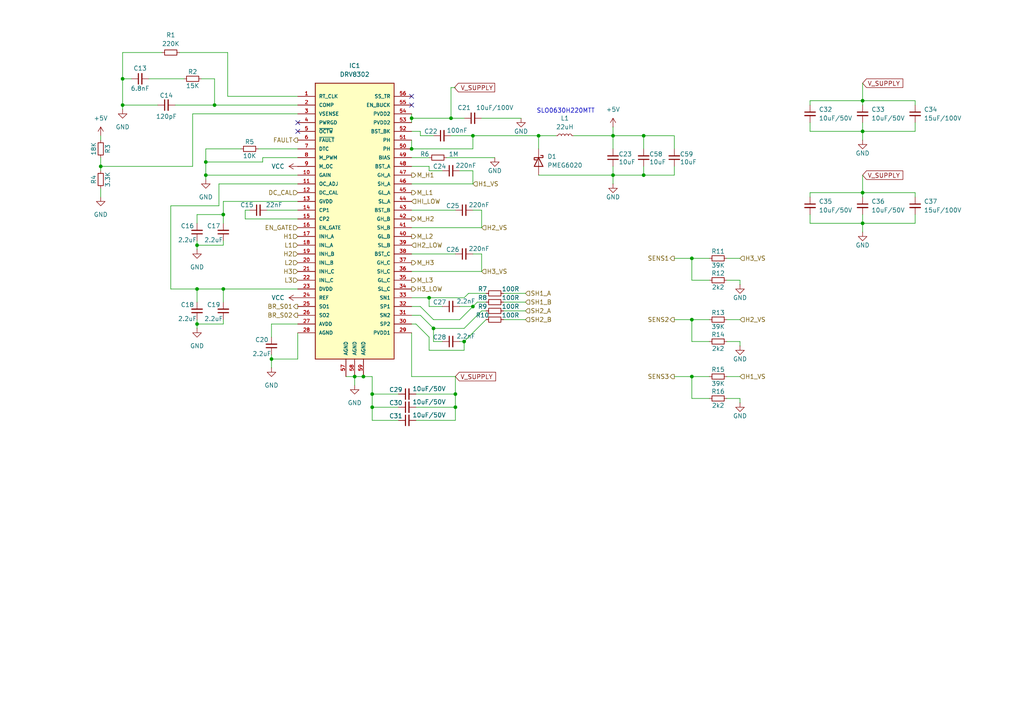
<source format=kicad_sch>
(kicad_sch (version 20231120) (generator "eeschema") (generator_version "8.0")
  (paper "A4")
  (lib_symbols
    (symbol "DRV8302:DRV8302" (pin_names (offset 1.016))
      (property "Reference" "IC1" (at 0 78.74 0))
      (property "Value" "DRV8302" (at 0 76.2 0))
      (symbol "DRV8302_0_0"
        (rectangle (start -11.43 73.66) (end 11.43 -6.35) (stroke (width 0.254)) (fill (type background)))
        (pin input line (at -16.51 69.85 0) (length 5.08) (name "RT_CLK") (number "1"))
        (pin output line (at -16.51 46.99 0) (length 5.08) (name "GAIN") (number "10"))
        (pin input line (at -16.51 44.45 0) (length 5.08) (name "OC_ADJ") (number "11"))
        (pin input line (at -16.51 41.91 0) (length 5.08) (name "DC_CAL") (number "12"))
        (pin power_in line (at -16.51 39.37 0) (length 5.08) (name "GVDD") (number "13"))
        (pin power_in line (at -16.51 36.83 0) (length 5.08) (name "CP1") (number "14"))
        (pin power_in line (at -16.51 34.29 0) (length 5.08) (name "CP2") (number "15"))
        (pin input line (at -16.51 31.75 0) (length 5.08) (name "EN_GATE") (number "16"))
        (pin input line (at -16.51 29.21 0) (length 5.08) (name "INH_A") (number "17"))
        (pin input line (at -16.51 26.67 0) (length 5.08) (name "INL_A") (number "18"))
        (pin input line (at -16.51 24.13 0) (length 5.08) (name "INH_B") (number "19"))
        (pin output line (at -16.51 67.31 0) (length 5.08) (name "COMP") (number "2"))
        (pin input line (at -16.51 21.59 0) (length 5.08) (name "INL_B") (number "20"))
        (pin input line (at -16.51 19.05 0) (length 5.08) (name "INH_C") (number "21"))
        (pin input line (at -16.51 16.51 0) (length 5.08) (name "INL_C") (number "22"))
        (pin power_in line (at -16.51 13.97 0) (length 5.08) (name "DVDD") (number "23"))
        (pin input line (at -16.51 11.43 0) (length 5.08) (name "REF") (number "24"))
        (pin output line (at -16.51 8.89 0) (length 5.08) (name "SO1") (number "25"))
        (pin output line (at -16.51 6.35 0) (length 5.08) (name "SO2") (number "26"))
        (pin power_in line (at -16.51 3.81 0) (length 5.08) (name "AVDD") (number "27"))
        (pin power_in line (at -16.51 1.27 0) (length 5.08) (name "AGND") (number "28"))
        (pin power_in line (at 16.51 1.27 180) (length 5.08) (name "PVDD1") (number "29"))
        (pin input line (at -16.51 64.77 0) (length 5.08) (name "VSENSE") (number "3"))
        (pin input line (at 16.51 3.81 180) (length 5.08) (name "SP2") (number "30"))
        (pin input line (at 16.51 6.35 180) (length 5.08) (name "SN2") (number "31"))
        (pin input line (at 16.51 8.89 180) (length 5.08) (name "SP1") (number "32"))
        (pin input line (at 16.51 11.43 180) (length 5.08) (name "SN1") (number "33"))
        (pin input line (at 16.51 13.97 180) (length 5.08) (name "SL_C") (number "34"))
        (pin output line (at 16.51 16.51 180) (length 5.08) (name "GL_C") (number "35"))
        (pin input line (at 16.51 19.05 180) (length 5.08) (name "SH_C") (number "36"))
        (pin output line (at 16.51 21.59 180) (length 5.08) (name "GH_C") (number "37"))
        (pin power_in line (at 16.51 24.13 180) (length 5.08) (name "BST_C") (number "38"))
        (pin input line (at 16.51 26.67 180) (length 5.08) (name "SL_B") (number "39"))
        (pin input line (at -16.51 62.23 0) (length 5.08) (name "PWRGD") (number "4"))
        (pin output line (at 16.51 29.21 180) (length 5.08) (name "GL_B") (number "40"))
        (pin input line (at 16.51 31.75 180) (length 5.08) (name "SH_B") (number "41"))
        (pin output line (at 16.51 34.29 180) (length 5.08) (name "GH_B") (number "42"))
        (pin power_in line (at 16.51 36.83 180) (length 5.08) (name "BST_B") (number "43"))
        (pin input line (at 16.51 39.37 180) (length 5.08) (name "SL_A") (number "44"))
        (pin output line (at 16.51 41.91 180) (length 5.08) (name "GL_A") (number "45"))
        (pin input line (at 16.51 44.45 180) (length 5.08) (name "SH_A") (number "46"))
        (pin output line (at 16.51 46.99 180) (length 5.08) (name "GH_A") (number "47"))
        (pin power_in line (at 16.51 49.53 180) (length 5.08) (name "BST_A") (number "48"))
        (pin input line (at 16.51 52.07 180) (length 5.08) (name "BIAS") (number "49"))
        (pin open_collector line (at -16.51 59.69 0) (length 5.08) (name "~{OCTW}") (number "5"))
        (pin output line (at 16.51 54.61 180) (length 5.08) (name "PH") (number "50"))
        (pin output line (at 16.51 57.15 180) (length 5.08) (name "PH") (number "51"))
        (pin power_in line (at 16.51 59.69 180) (length 5.08) (name "BST_BK") (number "52"))
        (pin bidirectional line (at 16.51 62.23 180) (length 5.08) (name "PVDD2") (number "53"))
        (pin bidirectional line (at 16.51 64.77 180) (length 5.08) (name "PVDD2") (number "54"))
        (pin input line (at 16.51 67.31 180) (length 5.08) (name "EN_BUCK") (number "55"))
        (pin input line (at 16.51 69.85 180) (length 5.08) (name "SS_TR") (number "56"))
        (pin power_in line (at -2.54 -11.43 90) (length 5.08) (name "AGND") (number "57"))
        (pin power_in line (at 0 -11.43 90) (length 5.08) (name "AGND") (number "58"))
        (pin power_in line (at 2.54 -11.43 90) (length 5.08) (name "AGND") (number "59"))
        (pin open_collector line (at -16.51 57.15 0) (length 5.08) (name "~{FAULT}") (number "6"))
        (pin input line (at -16.51 54.61 0) (length 5.08) (name "DTC") (number "7"))
        (pin input line (at -16.51 52.07 0) (length 5.08) (name "M_PWM") (number "8"))
        (pin input line (at -16.51 49.53 0) (length 5.08) (name "M_OC") (number "9"))
      )
    )
    (symbol "Device:C_Small" (pin_numbers hide) (pin_names (offset 0.254) hide)
      (property "Reference" "C" (at 0.254 1.778 0))
      (property "Value" "C_Small" (at 0.254 -2.032 0))
      (symbol "C_Small_0_1"
        (polyline (pts (xy -1.524 -0.508) (xy 1.524 -0.508)) (stroke (width 0.3302)))
        (polyline (pts (xy -1.524 0.508) (xy 1.524 0.508)) (stroke (width 0.3048)))
      )
      (symbol "C_Small_1_1"
        (pin passive line (at 0 2.54 270) (length 2.032) (name "~") (number "1"))
        (pin passive line (at 0 -2.54 90) (length 2.032) (name "~") (number "2"))
      )
    )
    (symbol "Device:D_Schottky" (pin_numbers hide) (pin_names (offset 1.016) hide)
      (property "Reference" "D" (at 0 2.54 0))
      (property "Value" "D_Schottky" (at 0 -2.54 0))
      (symbol "D_Schottky_0_1"
        (polyline (pts (xy 1.27 0) (xy -1.27 0)))
        (polyline (pts (xy 1.27 1.27) (xy 1.27 -1.27) (xy -1.27 0) (xy 1.27 1.27)) (stroke (width 0.254)))
        (polyline (pts (xy -1.905 0.635) (xy -1.905 1.27) (xy -1.27 1.27) (xy -1.27 -1.27) (xy -0.635 -1.27) (xy -0.635 -0.635)) (stroke (width 0.254)))
      )
      (symbol "D_Schottky_1_1"
        (pin passive line (at -3.81 0 0) (length 2.54) (name "K") (number "1"))
        (pin passive line (at 3.81 0 180) (length 2.54) (name "A") (number "2"))
      )
    )
    (symbol "Device:L_Small" (pin_numbers hide) (pin_names (offset 0.254) hide)
      (property "Reference" "L" (at 0.762 1.016 0))
      (property "Value" "L_Small" (at 0.762 -1.016 0))
      (symbol "L_Small_0_1"
        (arc (start 0 -2.032) (mid 0.5058 -1.524) (end 0 -1.016))
        (arc (start 0 -1.016) (mid 0.5058 -0.508) (end 0 0))
        (arc (start 0 0) (mid 0.5058 0.508) (end 0 1.016))
        (arc (start 0 1.016) (mid 0.5058 1.524) (end 0 2.032))
      )
      (symbol "L_Small_1_1"
        (pin passive line (at 0 2.54 270) (length 0.508) (name "~") (number "1"))
        (pin passive line (at 0 -2.54 90) (length 0.508) (name "~") (number "2"))
      )
    )
    (symbol "Device:R_Small" (pin_numbers hide) (pin_names (offset 0.254) hide)
      (property "Reference" "R" (at 0.762 0.508 0))
      (property "Value" "R_Small" (at 0.762 -1.016 0))
      (symbol "R_Small_0_1"
        (rectangle (start -0.762 1.778) (end 0.762 -1.778) (stroke (width 0.2032)))
      )
      (symbol "R_Small_1_1"
        (pin passive line (at 0 2.54 270) (length 0.762) (name "~") (number "1"))
        (pin passive line (at 0 -2.54 90) (length 0.762) (name "~") (number "2"))
      )
    )
    (symbol "power:+5V" (power) (pin_numbers hide) (pin_names (offset 0) hide)
      (property "Value" "+5V" (at 0 3.556 0))
      (symbol "+5V_0_1"
        (polyline (pts (xy -0.762 1.27) (xy 0 2.54)))
        (polyline (pts (xy 0 0) (xy 0 2.54)))
        (polyline (pts (xy 0 2.54) (xy 0.762 1.27)))
      )
      (symbol "+5V_1_1"
        (pin power_in line (at 0 0 90) (length 0) (name "~") (number "1"))
      )
    )
    (symbol "power:GND" (power) (pin_numbers hide) (pin_names (offset 0) hide)
      (property "Value" "GND" (at 0 -3.81 0))
      (symbol "GND_0_1"
        (polyline (pts (xy 0 0) (xy 0 -1.27) (xy 1.27 -1.27) (xy 0 -2.54) (xy -1.27 -1.27) (xy 0 -1.27)))
      )
      (symbol "GND_1_1"
        (pin power_in line (at 0 0 270) (length 0) (name "~") (number "1"))
      )
    )
    (symbol "power:VCC" (power) (pin_numbers hide) (pin_names (offset 0) hide)
      (property "Value" "VCC" (at 0 3.556 0))
      (symbol "VCC_0_1"
        (polyline (pts (xy -0.762 1.27) (xy 0 2.54)))
        (polyline (pts (xy 0 0) (xy 0 2.54)))
        (polyline (pts (xy 0 2.54) (xy 0.762 1.27)))
      )
      (symbol "VCC_1_1"
        (pin power_in line (at 0 0 90) (length 0) (name "~") (number "1"))
      )
    )
  )
  (junction (at 64.77 83.82))
  (junction (at 57.15 93.98))
  (junction (at 35.56 30.48))
  (junction (at 57.15 83.82))
  (junction (at 59.69 46.99))
  (junction (at 29.21 48.26))
  (junction (at 132.08 114.3))
  (junction (at 64.77 62.23))
  (junction (at 107.95 114.3))
  (junction (at 137.16 39.37))
  (junction (at 107.95 118.11))
  (junction (at 250.19 38.1))
  (junction (at 125.73 95.25))
  (junction (at 62.23 30.48))
  (junction (at 137.16 88.9))
  (junction (at 177.8 50.8))
  (junction (at 134.62 99.06))
  (junction (at 102.87 109.22))
  (junction (at 186.69 39.37))
  (junction (at 35.56 22.86))
  (junction (at 119.38 43.18))
  (junction (at 156.21 39.37))
  (junction (at 250.19 55.88))
  (junction (at 186.69 50.8))
  (junction (at 124.46 86.36))
  (junction (at 250.19 64.77))
  (junction (at 200.66 92.71))
  (junction (at 59.69 50.8))
  (junction (at 78.74 104.14))
  (junction (at 250.19 29.21))
  (junction (at 130.81 34.29))
  (junction (at 177.8 39.37))
  (junction (at 57.15 71.12))
  (junction (at 132.08 118.11))
  (junction (at 105.41 109.22))
  (junction (at 200.66 109.22))
  (junction (at 200.66 74.93))
  (junction (at 119.38 34.29))
  (no_connect (at 119.38 27.94))
  (no_connect (at 86.36 38.1))
  (no_connect (at 119.38 30.48))
  (no_connect (at 86.36 35.56))
  (wire (pts (xy 132.08 118.11) (xy 132.08 121.92)))
  (wire (pts (xy 71.12 60.96) (xy 71.12 63.5)))
  (wire (pts (xy 137.16 73.66) (xy 139.7 73.66)))
  (wire (pts (xy 107.95 118.11) (xy 107.95 121.92)))
  (wire (pts (xy 76.2 46.99) (xy 59.69 46.99)))
  (wire (pts (xy 63.5 59.69) (xy 49.53 59.69)))
  (wire (pts (xy 265.43 29.21) (xy 265.43 30.48)))
  (wire (pts (xy 146.05 87.63) (xy 152.4 87.63)))
  (wire (pts (xy 177.8 48.26) (xy 177.8 50.8)))
  (wire (pts (xy 137.16 43.18) (xy 137.16 39.37)))
  (wire (pts (xy 43.18 22.86) (xy 53.34 22.86)))
  (wire (pts (xy 138.43 87.63) (xy 140.97 87.63)))
  (wire (pts (xy 134.62 99.06) (xy 134.62 101.6)))
  (wire (pts (xy 50.8 30.48) (xy 62.23 30.48)))
  (wire (pts (xy 78.74 104.14) (xy 78.74 106.68)))
  (wire (pts (xy 156.21 39.37) (xy 161.29 39.37)))
  (wire (pts (xy 29.21 39.37) (xy 29.21 40.64)))
  (wire (pts (xy 195.58 109.22) (xy 200.66 109.22)))
  (wire (pts (xy 200.66 92.71) (xy 205.74 92.71)))
  (wire (pts (xy 134.62 95.25) (xy 139.7 90.17)))
  (wire (pts (xy 35.56 22.86) (xy 35.56 30.48)))
  (wire (pts (xy 139.7 60.96) (xy 139.7 66.04)))
  (wire (pts (xy 250.19 38.1) (xy 265.43 38.1)))
  (wire (pts (xy 57.15 92.71) (xy 57.15 93.98)))
  (wire (pts (xy 214.63 81.28) (xy 214.63 82.55)))
  (wire (pts (xy 200.66 99.06) (xy 200.66 92.71)))
  (wire (pts (xy 121.92 38.1) (xy 121.92 39.37)))
  (wire (pts (xy 234.95 35.56) (xy 234.95 38.1)))
  (wire (pts (xy 55.88 33.02) (xy 55.88 48.26)))
  (wire (pts (xy 250.19 38.1) (xy 250.19 40.64)))
  (wire (pts (xy 214.63 99.06) (xy 214.63 100.33)))
  (wire (pts (xy 250.19 55.88) (xy 265.43 55.88)))
  (wire (pts (xy 125.73 95.25) (xy 134.62 95.25)))
  (wire (pts (xy 195.58 74.93) (xy 200.66 74.93)))
  (wire (pts (xy 57.15 64.77) (xy 57.15 62.23)))
  (wire (pts (xy 119.38 109.22) (xy 132.08 109.22)))
  (wire (pts (xy 86.36 45.72) (xy 76.2 45.72)))
  (wire (pts (xy 210.82 99.06) (xy 214.63 99.06)))
  (wire (pts (xy 205.74 99.06) (xy 200.66 99.06)))
  (wire (pts (xy 63.5 53.34) (xy 63.5 59.69)))
  (wire (pts (xy 57.15 71.12) (xy 57.15 72.39)))
  (wire (pts (xy 64.77 58.42) (xy 64.77 62.23)))
  (wire (pts (xy 200.66 81.28) (xy 200.66 74.93)))
  (wire (pts (xy 78.74 93.98) (xy 86.36 93.98)))
  (wire (pts (xy 55.88 48.26) (xy 29.21 48.26)))
  (wire (pts (xy 210.82 109.22) (xy 214.63 109.22)))
  (wire (pts (xy 49.53 59.69) (xy 49.53 83.82)))
  (wire (pts (xy 76.2 45.72) (xy 76.2 46.99)))
  (wire (pts (xy 234.95 64.77) (xy 250.19 64.77)))
  (wire (pts (xy 250.19 35.56) (xy 250.19 38.1)))
  (wire (pts (xy 29.21 48.26) (xy 29.21 49.53)))
  (wire (pts (xy 35.56 30.48) (xy 35.56 31.75)))
  (wire (pts (xy 121.92 91.44) (xy 125.73 95.25)))
  (wire (pts (xy 130.81 34.29) (xy 134.62 34.29)))
  (wire (pts (xy 86.36 58.42) (xy 64.77 58.42)))
  (wire (pts (xy 234.95 62.23) (xy 234.95 64.77)))
  (wire (pts (xy 177.8 36.83) (xy 177.8 39.37)))
  (wire (pts (xy 200.66 74.93) (xy 205.74 74.93)))
  (wire (pts (xy 45.72 30.48) (xy 35.56 30.48)))
  (wire (pts (xy 124.46 48.26) (xy 124.46 49.53)))
  (wire (pts (xy 57.15 62.23) (xy 64.77 62.23)))
  (wire (pts (xy 210.82 81.28) (xy 214.63 81.28)))
  (wire (pts (xy 132.08 114.3) (xy 132.08 118.11)))
  (wire (pts (xy 59.69 43.18) (xy 69.85 43.18)))
  (wire (pts (xy 134.62 86.36) (xy 135.89 85.09)))
  (wire (pts (xy 119.38 93.98) (xy 120.65 93.98)))
  (wire (pts (xy 210.82 92.71) (xy 214.63 92.71)))
  (wire (pts (xy 186.69 39.37) (xy 186.69 43.18)))
  (wire (pts (xy 86.36 96.52) (xy 86.36 104.14)))
  (wire (pts (xy 195.58 92.71) (xy 200.66 92.71)))
  (wire (pts (xy 86.36 53.34) (xy 63.5 53.34)))
  (wire (pts (xy 119.38 66.04) (xy 139.7 66.04)))
  (wire (pts (xy 195.58 39.37) (xy 186.69 39.37)))
  (wire (pts (xy 52.07 15.24) (xy 66.04 15.24)))
  (wire (pts (xy 119.38 33.02) (xy 119.38 34.29)))
  (wire (pts (xy 58.42 22.86) (xy 62.23 22.86)))
  (wire (pts (xy 250.19 50.8) (xy 250.19 55.88)))
  (wire (pts (xy 100.33 109.22) (xy 102.87 109.22)))
  (wire (pts (xy 119.38 86.36) (xy 124.46 86.36)))
  (wire (pts (xy 119.38 73.66) (xy 132.08 73.66)))
  (wire (pts (xy 124.46 97.79) (xy 124.46 101.6)))
  (wire (pts (xy 137.16 88.9) (xy 138.43 87.63)))
  (wire (pts (xy 49.53 83.82) (xy 57.15 83.82)))
  (wire (pts (xy 119.38 60.96) (xy 132.08 60.96)))
  (wire (pts (xy 129.54 45.72) (xy 143.51 45.72)))
  (wire (pts (xy 124.46 86.36) (xy 124.46 88.9)))
  (wire (pts (xy 130.81 25.4) (xy 130.81 34.29)))
  (wire (pts (xy 139.7 90.17) (xy 140.97 90.17)))
  (wire (pts (xy 250.19 24.13) (xy 250.19 29.21)))
  (wire (pts (xy 59.69 50.8) (xy 59.69 52.07)))
  (wire (pts (xy 134.62 99.06) (xy 140.97 92.71)))
  (wire (pts (xy 137.16 49.53) (xy 133.35 49.53)))
  (wire (pts (xy 59.69 43.18) (xy 59.69 46.99)))
  (wire (pts (xy 124.46 49.53) (xy 128.27 49.53)))
  (wire (pts (xy 46.99 15.24) (xy 35.56 15.24)))
  (wire (pts (xy 186.69 39.37) (xy 177.8 39.37)))
  (wire (pts (xy 64.77 83.82) (xy 57.15 83.82)))
  (wire (pts (xy 234.95 29.21) (xy 250.19 29.21)))
  (wire (pts (xy 177.8 50.8) (xy 177.8 53.34)))
  (wire (pts (xy 133.35 88.9) (xy 137.16 88.9)))
  (wire (pts (xy 102.87 109.22) (xy 102.87 111.76)))
  (wire (pts (xy 120.65 121.92) (xy 132.08 121.92)))
  (wire (pts (xy 195.58 43.18) (xy 195.58 39.37)))
  (wire (pts (xy 119.38 88.9) (xy 121.92 88.9)))
  (wire (pts (xy 137.16 39.37) (xy 130.81 39.37)))
  (wire (pts (xy 135.89 85.09) (xy 140.97 85.09)))
  (wire (pts (xy 78.74 102.87) (xy 78.74 104.14)))
  (wire (pts (xy 146.05 90.17) (xy 152.4 90.17)))
  (wire (pts (xy 137.16 60.96) (xy 139.7 60.96)))
  (wire (pts (xy 234.95 38.1) (xy 250.19 38.1)))
  (wire (pts (xy 86.36 30.48) (xy 62.23 30.48)))
  (wire (pts (xy 137.16 39.37) (xy 156.21 39.37)))
  (wire (pts (xy 64.77 71.12) (xy 64.77 69.85)))
  (wire (pts (xy 132.08 25.4) (xy 130.81 25.4)))
  (wire (pts (xy 120.65 114.3) (xy 132.08 114.3)))
  (wire (pts (xy 125.73 92.71) (xy 133.35 92.71)))
  (wire (pts (xy 124.46 101.6) (xy 134.62 101.6)))
  (wire (pts (xy 125.73 95.25) (xy 125.73 99.06)))
  (wire (pts (xy 210.82 74.93) (xy 214.63 74.93)))
  (wire (pts (xy 102.87 109.22) (xy 105.41 109.22)))
  (wire (pts (xy 124.46 86.36) (xy 134.62 86.36)))
  (wire (pts (xy 107.95 121.92) (xy 115.57 121.92)))
  (wire (pts (xy 139.7 34.29) (xy 151.13 34.29)))
  (wire (pts (xy 139.7 73.66) (xy 139.7 78.74)))
  (wire (pts (xy 86.36 33.02) (xy 55.88 33.02)))
  (wire (pts (xy 156.21 50.8) (xy 177.8 50.8)))
  (wire (pts (xy 35.56 22.86) (xy 38.1 22.86)))
  (wire (pts (xy 119.38 34.29) (xy 130.81 34.29)))
  (wire (pts (xy 200.66 109.22) (xy 205.74 109.22)))
  (wire (pts (xy 64.77 62.23) (xy 64.77 64.77)))
  (wire (pts (xy 57.15 71.12) (xy 64.77 71.12)))
  (wire (pts (xy 121.92 88.9) (xy 125.73 92.71)))
  (wire (pts (xy 78.74 97.79) (xy 78.74 93.98)))
  (wire (pts (xy 62.23 22.86) (xy 62.23 30.48)))
  (wire (pts (xy 66.04 27.94) (xy 86.36 27.94)))
  (wire (pts (xy 29.21 45.72) (xy 29.21 48.26)))
  (wire (pts (xy 35.56 15.24) (xy 35.56 22.86)))
  (wire (pts (xy 57.15 93.98) (xy 57.15 95.25)))
  (wire (pts (xy 186.69 50.8) (xy 177.8 50.8)))
  (wire (pts (xy 210.82 115.57) (xy 214.63 115.57)))
  (wire (pts (xy 64.77 83.82) (xy 64.77 87.63)))
  (wire (pts (xy 250.19 55.88) (xy 250.19 57.15)))
  (wire (pts (xy 205.74 81.28) (xy 200.66 81.28)))
  (wire (pts (xy 119.38 45.72) (xy 124.46 45.72)))
  (wire (pts (xy 265.43 35.56) (xy 265.43 38.1)))
  (wire (pts (xy 59.69 46.99) (xy 59.69 50.8)))
  (wire (pts (xy 74.93 43.18) (xy 86.36 43.18)))
  (wire (pts (xy 132.08 109.22) (xy 132.08 114.3)))
  (wire (pts (xy 107.95 114.3) (xy 115.57 114.3)))
  (wire (pts (xy 133.35 99.06) (xy 134.62 99.06)))
  (wire (pts (xy 57.15 83.82) (xy 57.15 87.63)))
  (wire (pts (xy 29.21 54.61) (xy 29.21 57.15)))
  (wire (pts (xy 120.65 118.11) (xy 132.08 118.11)))
  (wire (pts (xy 146.05 92.71) (xy 152.4 92.71)))
  (wire (pts (xy 250.19 62.23) (xy 250.19 64.77)))
  (wire (pts (xy 86.36 104.14) (xy 78.74 104.14)))
  (wire (pts (xy 250.19 29.21) (xy 265.43 29.21)))
  (wire (pts (xy 119.38 96.52) (xy 119.38 109.22)))
  (wire (pts (xy 119.38 34.29) (xy 119.38 35.56)))
  (wire (pts (xy 119.38 78.74) (xy 139.7 78.74)))
  (wire (pts (xy 146.05 85.09) (xy 152.4 85.09)))
  (wire (pts (xy 77.47 60.96) (xy 86.36 60.96)))
  (wire (pts (xy 265.43 55.88) (xy 265.43 57.15)))
  (wire (pts (xy 124.46 88.9) (xy 128.27 88.9)))
  (wire (pts (xy 250.19 29.21) (xy 250.19 30.48)))
  (wire (pts (xy 234.95 57.15) (xy 234.95 55.88)))
  (wire (pts (xy 57.15 69.85) (xy 57.15 71.12)))
  (wire (pts (xy 119.38 48.26) (xy 124.46 48.26)))
  (wire (pts (xy 71.12 63.5) (xy 86.36 63.5)))
  (wire (pts (xy 120.65 93.98) (xy 124.46 97.79)))
  (wire (pts (xy 107.95 114.3) (xy 107.95 118.11)))
  (wire (pts (xy 265.43 62.23) (xy 265.43 64.77)))
  (wire (pts (xy 234.95 55.88) (xy 250.19 55.88)))
  (wire (pts (xy 119.38 43.18) (xy 137.16 43.18)))
  (wire (pts (xy 119.38 91.44) (xy 121.92 91.44)))
  (wire (pts (xy 86.36 83.82) (xy 64.77 83.82)))
  (wire (pts (xy 177.8 39.37) (xy 177.8 43.18)))
  (wire (pts (xy 200.66 115.57) (xy 200.66 109.22)))
  (wire (pts (xy 125.73 99.06) (xy 128.27 99.06)))
  (wire (pts (xy 133.35 92.71) (xy 137.16 88.9)))
  (wire (pts (xy 250.19 64.77) (xy 250.19 67.31)))
  (wire (pts (xy 234.95 30.48) (xy 234.95 29.21)))
  (wire (pts (xy 137.16 53.34) (xy 137.16 49.53)))
  (wire (pts (xy 66.04 15.24) (xy 66.04 27.94)))
  (wire (pts (xy 121.92 39.37) (xy 125.73 39.37)))
  (wire (pts (xy 119.38 53.34) (xy 137.16 53.34)))
  (wire (pts (xy 156.21 43.18) (xy 156.21 39.37)))
  (wire (pts (xy 205.74 115.57) (xy 200.66 115.57)))
  (wire (pts (xy 107.95 109.22) (xy 107.95 114.3)))
  (wire (pts (xy 72.39 60.96) (xy 71.12 60.96)))
  (wire (pts (xy 195.58 48.26) (xy 195.58 50.8)))
  (wire (pts (xy 119.38 38.1) (xy 121.92 38.1)))
  (wire (pts (xy 59.69 50.8) (xy 86.36 50.8)))
  (wire (pts (xy 64.77 93.98) (xy 64.77 92.71)))
  (wire (pts (xy 57.15 93.98) (xy 64.77 93.98)))
  (wire (pts (xy 250.19 64.77) (xy 265.43 64.77)))
  (wire (pts (xy 105.41 109.22) (xy 107.95 109.22)))
  (wire (pts (xy 195.58 50.8) (xy 186.69 50.8)))
  (wire (pts (xy 107.95 118.11) (xy 115.57 118.11)))
  (wire (pts (xy 166.37 39.37) (xy 177.8 39.37)))
  (wire (pts (xy 214.63 115.57) (xy 214.63 116.84)))
  (wire (pts (xy 119.38 40.64) (xy 119.38 43.18)))
  (wire (pts (xy 186.69 48.26) (xy 186.69 50.8)))
  (text "SLO0630H220MTT\n" (at 164.084 32.258 0) (effects (font (size 1.27 1.27))))
  (global_label "V_SUPPLY" (shape input) (at 132.08 109.22 0) (property "Intersheetrefs" "${INTERSHEET_REFS}" (effects (hide yes))))
  (global_label "V_SUPPLY" (shape output) (at 143.51 25.4 180) (property "Intersheetrefs" "${INTERSHEET_REFS}" (effects (hide yes))))
  (global_label "V_SUPPLY" (shape input) (at 250.19 24.13 0) (property "Intersheetrefs" "${INTERSHEET_REFS}" (effects (hide yes))))
  (global_label "V_SUPPLY" (shape input) (at 250.19 50.8 0) (property "Intersheetrefs" "${INTERSHEET_REFS}" (effects (hide yes))))
  (hierarchical_label "SENS3" (shape output) (at 195.58 109.22 180))
  (hierarchical_label "SH1_B" (shape input) (at 152.4 87.63 0))
  (hierarchical_label "L1" (shape input) (at 86.36 71.12 180))
  (hierarchical_label "M_L1" (shape output) (at 119.38 55.88 0))
  (hierarchical_label "H1" (shape input) (at 86.36 68.58 180))
  (hierarchical_label "BR_S02" (shape output) (at 86.36 91.44 180))
  (hierarchical_label "SH2_A" (shape input) (at 152.4 90.17 0))
  (hierarchical_label "H2_VS" (shape input) (at 139.7 66.04 0))
  (hierarchical_label "H1_VS" (shape input) (at 137.16 53.34 0))
  (hierarchical_label "H2" (shape input) (at 86.36 73.66 180))
  (hierarchical_label "SENS1" (shape output) (at 195.58 74.93 180))
  (hierarchical_label "FAULT" (shape output) (at 86.36 40.64 180))
  (hierarchical_label "H3_LOW" (shape output) (at 119.38 83.82 0))
  (hierarchical_label "L2" (shape input) (at 86.36 76.2 180))
  (hierarchical_label "L3" (shape input) (at 86.36 81.28 180))
  (hierarchical_label "SH2_B" (shape input) (at 152.4 92.71 0))
  (hierarchical_label "M_L2" (shape output) (at 119.38 68.58 0))
  (hierarchical_label "H3" (shape input) (at 86.36 78.74 180))
  (hierarchical_label "BR_S01" (shape output) (at 86.36 88.9 180))
  (hierarchical_label "M_H1" (shape output) (at 119.38 50.8 0))
  (hierarchical_label "EN_GATE" (shape input) (at 86.36 66.04 180))
  (hierarchical_label "SENS2" (shape output) (at 195.58 92.71 180))
  (hierarchical_label "SH1_A" (shape input) (at 152.4 85.09 0))
  (hierarchical_label "H2_VS" (shape input) (at 214.63 92.71 0))
  (hierarchical_label "HI_LOW" (shape input) (at 119.38 58.42 0))
  (hierarchical_label "H2_LOW" (shape input) (at 119.38 71.12 0))
  (hierarchical_label "DC_CAL" (shape input) (at 86.36 55.88 180))
  (hierarchical_label "H3_VS" (shape input) (at 139.7 78.74 0))
  (hierarchical_label "M_H3" (shape output) (at 119.38 76.2 0))
  (hierarchical_label "H3_VS" (shape input) (at 214.63 74.93 0))
  (hierarchical_label "M_H2" (shape output) (at 119.38 63.5 0))
  (hierarchical_label "H1_VS" (shape input) (at 214.63 109.22 0))
  (hierarchical_label "M_L3" (shape output) (at 119.38 81.28 0))
  (symbol (lib_id "Device:C_Small") (at 265.43 59.69 0) (unit 1)
    (property "Reference" "C37" (at 267.97 58.4262 0) (effects (justify left)))
    (property "Value" "15uF/100V" (at 267.97 60.9662 0) (effects (justify left)))
    (property "Footprint" "Capacitor_SMD:C_2220_5750Metric" (effects (hide yes)))
    (property "Description" "Unpolarized capacitor, small symbol" (effects (hide yes)))
  )
  (symbol (lib_id "power:GND") (at 35.56 31.75 0) (unit 1)
    (property "Reference" "#PWR014" (effects (hide yes)))
    (property "Value" "GND" (at 35.56 36.83 0))
    (property "Description" "Power symbol creates a global label with name \"GND\" , ground" (effects (hide yes)))
  )
  (symbol (lib_id "power:VCC") (at 86.36 86.36 90) (unit 1)
    (property "Reference" "#PWR019" (effects (hide yes)))
    (property "Value" "VCC" (at 82.55 86.3599 90) (effects (justify left)))
    (property "Description" "Power symbol creates a global label with name \"VCC\"" (effects (hide yes)))
  )
  (symbol (lib_id "Device:C_Small") (at 78.74 100.33 180) (unit 1)
    (property "Reference" "C20" (at 75.946 98.552 0))
    (property "Value" "2.2uF" (at 75.946 102.616 0))
    (property "Footprint" "Capacitor_SMD:C_0603_1608Metric" (effects (hide yes)))
    (property "Description" "Unpolarized capacitor, small symbol" (effects (hide yes)))
  )
  (symbol (lib_id "Device:C_Small") (at 137.16 34.29 90) (unit 1)
    (property "Reference" "C21" (at 134.62 31.242 90))
    (property "Value" "10uF/100V" (at 143.51 31.242 90))
    (property "Footprint" "Capacitor_SMD:C_0805_2012Metric" (effects (hide yes)))
    (property "Description" "Unpolarized capacitor, small symbol" (effects (hide yes)))
  )
  (symbol (lib_id "power:GND") (at 250.19 67.31 0) (unit 1)
    (property "Reference" "#PWR032" (effects (hide yes)))
    (property "Value" "GND" (at 250.19 71.12 0))
    (property "Description" "Power symbol creates a global label with name \"GND\" , ground" (effects (hide yes)))
  )
  (symbol (lib_id "Device:R_Small") (at 143.51 85.09 90) (unit 1)
    (property "Reference" "R7" (at 139.954 83.82 90))
    (property "Value" "100R" (at 148.082 83.82 90))
    (property "Footprint" "Resistor_SMD:R_0603_1608Metric" (effects (hide yes)))
    (property "Description" "Resistor, small symbol" (effects (hide yes)))
  )
  (symbol (lib_id "Device:C_Small") (at 57.15 67.31 180) (unit 1)
    (property "Reference" "C16" (at 54.356 65.532 0))
    (property "Value" "2.2uF" (at 54.356 69.596 0))
    (property "Footprint" "Capacitor_SMD:C_0603_1608Metric" (effects (hide yes)))
    (property "Description" "Unpolarized capacitor, small symbol" (effects (hide yes)))
  )
  (symbol (lib_id "Device:R_Small") (at 208.28 115.57 90) (unit 1)
    (property "Reference" "R16" (at 208.28 113.538 90))
    (property "Value" "2k2" (at 208.28 117.602 90))
    (property "Footprint" "Resistor_SMD:R_0603_1608Metric" (effects (hide yes)))
    (property "Description" "Resistor, small symbol" (effects (hide yes)))
  )
  (symbol (lib_id "Device:C_Small") (at 130.81 49.53 90) (unit 1)
    (property "Reference" "C24" (at 127.508 48.26 90))
    (property "Value" "220nF" (at 135.128 48.006 90))
    (property "Footprint" "Capacitor_SMD:C_0603_1608Metric" (effects (hide yes)))
    (property "Description" "Unpolarized capacitor, small symbol" (effects (hide yes)))
  )
  (symbol (lib_id "Device:C_Small") (at 250.19 33.02 0) (unit 1)
    (property "Reference" "C33" (at 252.73 31.7562 0) (effects (justify left)))
    (property "Value" "10uF/50V" (at 252.73 34.2962 0) (effects (justify left)))
    (property "Footprint" "Capacitor_SMD:C_1206_3216Metric" (effects (hide yes)))
    (property "Description" "Unpolarized capacitor, small symbol" (effects (hide yes)))
  )
  (symbol (lib_id "power:GND") (at 102.87 111.76 0) (unit 1)
    (property "Reference" "#PWR023" (effects (hide yes)))
    (property "Value" "GND" (at 102.87 116.84 0))
    (property "Description" "Power symbol creates a global label with name \"GND\" , ground" (effects (hide yes)))
  )
  (symbol (lib_id "Device:C_Small") (at 177.8 45.72 180) (unit 1)
    (property "Reference" "C23" (at 181.356 44.704 0))
    (property "Value" "10uF" (at 181.864 46.99 0))
    (property "Footprint" "Capacitor_SMD:C_0805_2012Metric" (effects (hide yes)))
    (property "Description" "Unpolarized capacitor, small symbol" (effects (hide yes)))
  )
  (symbol (lib_id "Device:C_Small") (at 40.64 22.86 90) (unit 1)
    (property "Reference" "C13" (at 40.64 19.812 90))
    (property "Value" "6.8nF" (at 40.64 25.654 90))
    (property "Footprint" "Capacitor_SMD:C_0603_1608Metric" (effects (hide yes)))
    (property "Description" "Unpolarized capacitor, small symbol" (effects (hide yes)))
  )
  (symbol (lib_id "Device:R_Small") (at 55.88 22.86 90) (unit 1)
    (property "Reference" "R2" (at 55.88 20.828 90))
    (property "Value" "15K" (at 55.88 24.892 90))
    (property "Footprint" "Resistor_SMD:R_0603_1608Metric" (effects (hide yes)))
    (property "Description" "Resistor, small symbol" (effects (hide yes)))
  )
  (symbol (lib_id "power:+5V") (at 177.8 36.83 0) (unit 1)
    (property "Reference" "#PWR026" (effects (hide yes)))
    (property "Value" "+5V" (at 177.8 31.75 0))
    (property "Description" "Power symbol creates a global label with name \"+5V\"" (effects (hide yes)))
  )
  (symbol (lib_id "Device:C_Small") (at 64.77 67.31 180) (unit 1)
    (property "Reference" "C17" (at 61.976 65.532 0))
    (property "Value" "2.2uF" (at 61.976 69.596 0))
    (property "Footprint" "Capacitor_SMD:C_0603_1608Metric" (effects (hide yes)))
    (property "Description" "Unpolarized capacitor, small symbol" (effects (hide yes)))
  )
  (symbol (lib_id "power:GND") (at 214.63 100.33 0) (unit 1)
    (property "Reference" "#PWR029" (effects (hide yes)))
    (property "Value" "GND" (at 214.63 104.14 0))
    (property "Description" "Power symbol creates a global label with name \"GND\" , ground" (effects (hide yes)))
  )
  (symbol (lib_id "Device:C_Small") (at 64.77 90.17 180) (unit 1)
    (property "Reference" "C19" (at 61.976 88.392 0))
    (property "Value" "2.2uF" (at 61.976 92.456 0))
    (property "Footprint" "Capacitor_SMD:C_0603_1608Metric" (effects (hide yes)))
    (property "Description" "Unpolarized capacitor, small symbol" (effects (hide yes)))
  )
  (symbol (lib_id "Device:R_Small") (at 208.28 74.93 90) (unit 1)
    (property "Reference" "R11" (at 208.28 72.898 90))
    (property "Value" "39K" (at 208.28 76.962 90))
    (property "Footprint" "Resistor_SMD:R_0603_1608Metric" (effects (hide yes)))
    (property "Description" "Resistor, small symbol" (effects (hide yes)))
  )
  (symbol (lib_id "DRV8302:DRV8302") (at 102.87 97.79 0) (unit 1)
    (property "Reference" "IC1" (at 102.87 19.05 0))
    (property "Value" "DRV8302" (at 102.87 21.59 0))
    (property "Footprint" "DRV8302:TSSOP-56_3" (effects (hide yes)))
    (property "MF" "Texas Instruments" (effects (hide yes)))
    (property "Description_1" "\n                        \n                            Motor Driver 56-Pin HTSSOP EP Tube\n                        \n" (effects (hide yes)))
    (property "Package" "None" (effects (hide yes)))
    (property "Price" "None" (effects (hide yes)))
    (property "SnapEDA_Link" "https://www.snapeda.com/parts/DRV8302/Texas+Instruments/view-part/?ref=snap" (effects (hide yes)))
    (property "MP" "DRV8302" (effects (hide yes)))
    (property "Availability" "In Stock" (effects (hide yes)))
    (property "Check_prices" "https://www.snapeda.com/parts/DRV8302/Texas+Instruments/view-part/?ref=eda" (effects (hide yes)))
  )
  (symbol (lib_id "Device:C_Small") (at 118.11 121.92 90) (unit 1)
    (property "Reference" "C31" (at 114.808 120.65 90))
    (property "Value" "10uF/50V" (at 124.46 120.396 90))
    (property "Footprint" "Capacitor_SMD:C_0805_2012Metric" (effects (hide yes)))
    (property "Description" "Unpolarized capacitor, small symbol" (effects (hide yes)))
  )
  (symbol (lib_id "Device:R_Small") (at 29.21 52.07 180) (unit 1)
    (property "Reference" "R4" (at 27.178 52.07 90))
    (property "Value" "3.3K" (at 31.242 52.07 90))
    (property "Footprint" "Resistor_SMD:R_0603_1608Metric" (effects (hide yes)))
    (property "Description" "Resistor, small symbol" (effects (hide yes)))
  )
  (symbol (lib_id "Device:L_Small") (at 163.83 39.37 90) (unit 1)
    (property "Reference" "L1" (at 163.83 34.29 90))
    (property "Value" "22uH" (at 163.83 36.83 90))
    (property "Footprint" "Inductor_SMD:L_Chilisin_BMRB00060612" (effects (hide yes)))
    (property "Description" "Inductor, small symbol" (effects (hide yes)))
  )
  (symbol (lib_id "Device:R_Small") (at 208.28 81.28 90) (unit 1)
    (property "Reference" "R12" (at 208.28 79.248 90))
    (property "Value" "2k2" (at 208.28 83.312 90))
    (property "Footprint" "Resistor_SMD:R_0603_1608Metric" (effects (hide yes)))
    (property "Description" "Resistor, small symbol" (effects (hide yes)))
  )
  (symbol (lib_id "power:VCC") (at 86.36 48.26 90) (unit 1)
    (property "Reference" "#PWR018" (effects (hide yes)))
    (property "Value" "VCC" (at 82.55 48.2599 90) (effects (justify left)))
    (property "Description" "Power symbol creates a global label with name \"VCC\"" (effects (hide yes)))
  )
  (symbol (lib_id "Device:C_Small") (at 130.81 99.06 90) (unit 1)
    (property "Reference" "C28" (at 127.508 97.79 90))
    (property "Value" "2.2nF" (at 135.128 97.536 90))
    (property "Footprint" "Capacitor_SMD:C_0603_1608Metric" (effects (hide yes)))
    (property "Description" "Unpolarized capacitor, small symbol" (effects (hide yes)))
  )
  (symbol (lib_id "power:GND") (at 250.19 40.64 0) (unit 1)
    (property "Reference" "#PWR031" (effects (hide yes)))
    (property "Value" "GND" (at 250.19 44.45 0))
    (property "Description" "Power symbol creates a global label with name \"GND\" , ground" (effects (hide yes)))
  )
  (symbol (lib_id "Device:C_Small") (at 118.11 118.11 90) (unit 1)
    (property "Reference" "C30" (at 114.808 116.84 90))
    (property "Value" "10uF/50V" (at 124.46 116.586 90))
    (property "Footprint" "Capacitor_SMD:C_0805_2012Metric" (effects (hide yes)))
    (property "Description" "Unpolarized capacitor, small symbol" (effects (hide yes)))
  )
  (symbol (lib_id "power:GND") (at 177.8 53.34 0) (unit 1)
    (property "Reference" "#PWR025" (effects (hide yes)))
    (property "Value" "GND" (at 177.8 57.15 0))
    (property "Description" "Power symbol creates a global label with name \"GND\" , ground" (effects (hide yes)))
  )
  (symbol (lib_id "Device:R_Small") (at 72.39 43.18 90) (unit 1)
    (property "Reference" "R5" (at 72.39 41.148 90))
    (property "Value" "10K" (at 72.39 45.212 90))
    (property "Footprint" "Resistor_SMD:R_0603_1608Metric" (effects (hide yes)))
    (property "Description" "Resistor, small symbol" (effects (hide yes)))
  )
  (symbol (lib_id "power:GND") (at 57.15 72.39 0) (unit 1)
    (property "Reference" "#PWR020" (effects (hide yes)))
    (property "Value" "GND" (at 57.15 77.47 0))
    (property "Description" "Power symbol creates a global label with name \"GND\" , ground" (effects (hide yes)))
  )
  (symbol (lib_id "Device:C_Small") (at 195.58 45.72 180) (unit 1)
    (property "Reference" "C59" (at 199.136 44.704 0))
    (property "Value" "10uF" (at 199.644 46.99 0))
    (property "Footprint" "Capacitor_SMD:C_0805_2012Metric" (effects (hide yes)))
    (property "Description" "Unpolarized capacitor, small symbol" (effects (hide yes)))
  )
  (symbol (lib_id "Device:R_Small") (at 143.51 90.17 90) (unit 1)
    (property "Reference" "R9" (at 139.954 88.9 90))
    (property "Value" "100R" (at 148.082 88.9 90))
    (property "Footprint" "Resistor_SMD:R_0603_1608Metric" (effects (hide yes)))
    (property "Description" "Resistor, small symbol" (effects (hide yes)))
  )
  (symbol (lib_id "Device:R_Small") (at 29.21 43.18 0) (unit 1)
    (property "Reference" "R3" (at 31.242 43.18 90))
    (property "Value" "18K" (at 27.178 43.18 90))
    (property "Footprint" "Resistor_SMD:R_0603_1608Metric" (effects (hide yes)))
    (property "Description" "Resistor, small symbol" (effects (hide yes)))
  )
  (symbol (lib_id "power:GND") (at 151.13 34.29 0) (unit 1)
    (property "Reference" "#PWR024" (effects (hide yes)))
    (property "Value" "GND" (at 151.13 38.1 0))
    (property "Description" "Power symbol creates a global label with name \"GND\" , ground" (effects (hide yes)))
  )
  (symbol (lib_id "Device:C_Small") (at 74.93 60.96 90) (unit 1)
    (property "Reference" "C15" (at 71.628 59.436 90))
    (property "Value" "22nF" (at 79.502 59.436 90))
    (property "Footprint" "Capacitor_SMD:C_0603_1608Metric" (effects (hide yes)))
    (property "Description" "Unpolarized capacitor, small symbol" (effects (hide yes)))
  )
  (symbol (lib_id "Device:C_Small") (at 118.11 114.3 90) (unit 1)
    (property "Reference" "C29" (at 114.808 113.03 90))
    (property "Value" "10uF/50V" (at 124.46 112.776 90))
    (property "Footprint" "Capacitor_SMD:C_0805_2012Metric" (effects (hide yes)))
    (property "Description" "Unpolarized capacitor, small symbol" (effects (hide yes)))
  )
  (symbol (lib_id "power:GND") (at 78.74 106.68 0) (unit 1)
    (property "Reference" "#PWR022" (effects (hide yes)))
    (property "Value" "GND" (at 78.74 111.76 0))
    (property "Description" "Power symbol creates a global label with name \"GND\" , ground" (effects (hide yes)))
  )
  (symbol (lib_id "power:GND") (at 59.69 52.07 0) (unit 1)
    (property "Reference" "#PWR017" (effects (hide yes)))
    (property "Value" "GND" (at 59.69 57.15 0))
    (property "Description" "Power symbol creates a global label with name \"GND\" , ground" (effects (hide yes)))
  )
  (symbol (lib_id "Device:R_Small") (at 127 45.72 90) (unit 1)
    (property "Reference" "R6" (at 123.19 44.704 90))
    (property "Value" "1M" (at 131.572 44.704 90))
    (property "Footprint" "Resistor_SMD:R_0603_1608Metric" (effects (hide yes)))
    (property "Description" "Resistor, small symbol" (effects (hide yes)))
  )
  (symbol (lib_id "Device:C_Small") (at 186.69 45.72 180) (unit 1)
    (property "Reference" "C58" (at 190.246 44.704 0))
    (property "Value" "10uF" (at 190.754 46.99 0))
    (property "Footprint" "Capacitor_SMD:C_0805_2012Metric" (effects (hide yes)))
    (property "Description" "Unpolarized capacitor, small symbol" (effects (hide yes)))
  )
  (symbol (lib_id "power:GND") (at 57.15 95.25 0) (unit 1)
    (property "Reference" "#PWR021" (effects (hide yes)))
    (property "Value" "GND" (at 57.15 100.33 0))
    (property "Description" "Power symbol creates a global label with name \"GND\" , ground" (effects (hide yes)))
  )
  (symbol (lib_id "power:GND") (at 214.63 116.84 0) (unit 1)
    (property "Reference" "#PWR030" (effects (hide yes)))
    (property "Value" "GND" (at 214.63 120.65 0))
    (property "Description" "Power symbol creates a global label with name \"GND\" , ground" (effects (hide yes)))
  )
  (symbol (lib_id "Device:C_Small") (at 128.27 39.37 90) (unit 1)
    (property "Reference" "C22" (at 124.968 38.1 90))
    (property "Value" "100nF" (at 132.588 37.846 90))
    (property "Footprint" "Capacitor_SMD:C_0805_2012Metric" (effects (hide yes)))
    (property "Description" "Unpolarized capacitor, small symbol" (effects (hide yes)))
  )
  (symbol (lib_id "Device:C_Small") (at 134.62 60.96 90) (unit 1)
    (property "Reference" "C25" (at 131.318 59.69 90))
    (property "Value" "220nF" (at 138.938 59.436 90))
    (property "Footprint" "Capacitor_SMD:C_0603_1608Metric" (effects (hide yes)))
    (property "Description" "Unpolarized capacitor, small symbol" (effects (hide yes)))
  )
  (symbol (lib_id "Device:D_Schottky") (at 156.21 46.99 270) (unit 1)
    (property "Reference" "D1" (at 158.75 45.4024 90) (effects (justify left)))
    (property "Value" "PMEG6020" (at 158.75 47.9424 90) (effects (justify left)))
    (property "Footprint" "Diode_SMD:D_SOD-123F" (effects (hide yes)))
    (property "Description" "Schottky diode" (effects (hide yes)))
  )
  (symbol (lib_id "Device:C_Small") (at 134.62 73.66 90) (unit 1)
    (property "Reference" "C26" (at 131.318 72.39 90))
    (property "Value" "220nF" (at 138.938 72.136 90))
    (property "Footprint" "Capacitor_SMD:C_0603_1608Metric" (effects (hide yes)))
    (property "Description" "Unpolarized capacitor, small symbol" (effects (hide yes)))
  )
  (symbol (lib_id "Device:C_Small") (at 234.95 59.69 0) (unit 1)
    (property "Reference" "C35" (at 237.49 58.4262 0) (effects (justify left)))
    (property "Value" "10uF/50V" (at 237.49 60.9662 0) (effects (justify left)))
    (property "Footprint" "Capacitor_SMD:C_1206_3216Metric" (effects (hide yes)))
    (property "Description" "Unpolarized capacitor, small symbol" (effects (hide yes)))
  )
  (symbol (lib_id "Device:C_Small") (at 130.81 88.9 90) (unit 1)
    (property "Reference" "C27" (at 127.508 87.63 90))
    (property "Value" "2.2nF" (at 135.128 87.376 90))
    (property "Footprint" "Capacitor_SMD:C_0603_1608Metric" (effects (hide yes)))
    (property "Description" "Unpolarized capacitor, small symbol" (effects (hide yes)))
  )
  (symbol (lib_id "Device:R_Small") (at 208.28 92.71 90) (unit 1)
    (property "Reference" "R13" (at 208.28 90.678 90))
    (property "Value" "39K" (at 208.28 94.742 90))
    (property "Footprint" "Resistor_SMD:R_0603_1608Metric" (effects (hide yes)))
    (property "Description" "Resistor, small symbol" (effects (hide yes)))
  )
  (symbol (lib_id "Device:R_Small") (at 208.28 109.22 90) (unit 1)
    (property "Reference" "R15" (at 208.28 107.188 90))
    (property "Value" "39K" (at 208.28 111.252 90))
    (property "Footprint" "Resistor_SMD:R_0603_1608Metric" (effects (hide yes)))
    (property "Description" "Resistor, small symbol" (effects (hide yes)))
  )
  (symbol (lib_id "Device:R_Small") (at 208.28 99.06 90) (unit 1)
    (property "Reference" "R14" (at 208.28 97.028 90))
    (property "Value" "2k2" (at 208.28 101.092 90))
    (property "Footprint" "Resistor_SMD:R_0603_1608Metric" (effects (hide yes)))
    (property "Description" "Resistor, small symbol" (effects (hide yes)))
  )
  (symbol (lib_id "power:GND") (at 214.63 82.55 0) (unit 1)
    (property "Reference" "#PWR028" (effects (hide yes)))
    (property "Value" "GND" (at 214.63 86.36 0))
    (property "Description" "Power symbol creates a global label with name \"GND\" , ground" (effects (hide yes)))
  )
  (symbol (lib_id "Device:C_Small") (at 234.95 33.02 0) (unit 1)
    (property "Reference" "C32" (at 237.49 31.7562 0) (effects (justify left)))
    (property "Value" "10uF/50V" (at 237.49 34.2962 0) (effects (justify left)))
    (property "Footprint" "Capacitor_SMD:C_1206_3216Metric" (effects (hide yes)))
    (property "Description" "Unpolarized capacitor, small symbol" (effects (hide yes)))
  )
  (symbol (lib_id "Device:R_Small") (at 49.53 15.24 90) (unit 1)
    (property "Reference" "R1" (at 49.53 10.16 90))
    (property "Value" "220K" (at 49.53 12.7 90))
    (property "Footprint" "Resistor_SMD:R_0603_1608Metric" (effects (hide yes)))
    (property "Description" "Resistor, small symbol" (effects (hide yes)))
  )
  (symbol (lib_id "Device:C_Small") (at 57.15 90.17 180) (unit 1)
    (property "Reference" "C18" (at 54.356 88.392 0))
    (property "Value" "2.2uF" (at 54.356 92.456 0))
    (property "Footprint" "Capacitor_SMD:C_0603_1608Metric" (effects (hide yes)))
    (property "Description" "Unpolarized capacitor, small symbol" (effects (hide yes)))
  )
  (symbol (lib_id "Device:C_Small") (at 265.43 33.02 0) (unit 1)
    (property "Reference" "C34" (at 267.97 31.7562 0) (effects (justify left)))
    (property "Value" "15uF/100V" (at 267.97 34.2962 0) (effects (justify left)))
    (property "Footprint" "Capacitor_SMD:C_2220_5750Metric" (effects (hide yes)))
    (property "Description" "Unpolarized capacitor, small symbol" (effects (hide yes)))
  )
  (symbol (lib_id "Device:R_Small") (at 143.51 92.71 90) (unit 1)
    (property "Reference" "R10" (at 139.954 91.44 90))
    (property "Value" "100R" (at 148.082 91.44 90))
    (property "Footprint" "Resistor_SMD:R_0603_1608Metric" (effects (hide yes)))
    (property "Description" "Resistor, small symbol" (effects (hide yes)))
  )
  (symbol (lib_id "Device:R_Small") (at 143.51 87.63 90) (unit 1)
    (property "Reference" "R8" (at 139.954 86.36 90))
    (property "Value" "100R" (at 148.082 86.36 90))
    (property "Footprint" "Resistor_SMD:R_0603_1608Metric" (effects (hide yes)))
    (property "Description" "Resistor, small symbol" (effects (hide yes)))
  )
  (symbol (lib_id "power:GND") (at 29.21 57.15 0) (unit 1)
    (property "Reference" "#PWR015" (effects (hide yes)))
    (property "Value" "GND" (at 29.21 62.23 0))
    (property "Description" "Power symbol creates a global label with name \"GND\" , ground" (effects (hide yes)))
  )
  (symbol (lib_id "Device:C_Small") (at 48.26 30.48 90) (unit 1)
    (property "Reference" "C14" (at 48.26 27.686 90))
    (property "Value" "120pF" (at 48.26 33.782 90))
    (property "Footprint" "Capacitor_SMD:C_0603_1608Metric" (effects (hide yes)))
    (property "Description" "Unpolarized capacitor, small symbol" (effects (hide yes)))
  )
  (symbol (lib_id "Device:C_Small") (at 250.19 59.69 0) (unit 1)
    (property "Reference" "C36" (at 252.73 58.4262 0) (effects (justify left)))
    (property "Value" "10uF/50V" (at 252.73 60.9662 0) (effects (justify left)))
    (property "Footprint" "Capacitor_SMD:C_1206_3216Metric" (effects (hide yes)))
    (property "Description" "Unpolarized capacitor, small symbol" (effects (hide yes)))
  )
  (symbol (lib_id "power:GND") (at 143.51 45.72 0) (unit 1)
    (property "Reference" "#PWR027" (effects (hide yes)))
    (property "Value" "GND" (at 143.51 49.53 0))
    (property "Description" "Power symbol creates a global label with name \"GND\" , ground" (effects (hide yes)))
  )
  (symbol (lib_id "power:+5V") (at 29.21 39.37 0) (unit 1)
    (property "Reference" "#PWR016" (effects (hide yes)))
    (property "Value" "+5V" (at 29.21 34.29 0))
    (property "Description" "Power symbol creates a global label with name \"+5V\"" (effects (hide yes)))
  )
)
</source>
